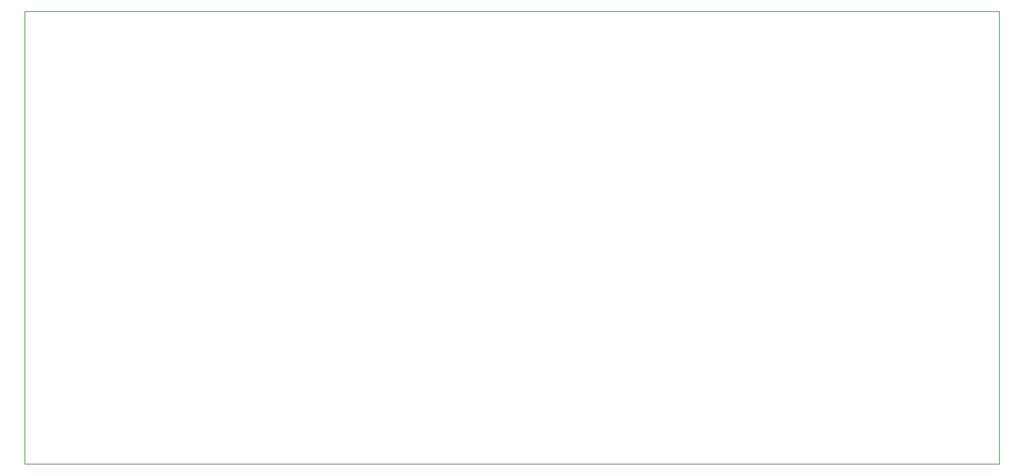
<source format=gm1>
%TF.GenerationSoftware,KiCad,Pcbnew,7.0.1*%
%TF.CreationDate,2024-02-11T09:16:21+00:00*%
%TF.ProjectId,Sys09Backplane,53797330-3942-4616-936b-706c616e652e,rev?*%
%TF.SameCoordinates,Original*%
%TF.FileFunction,Profile,NP*%
%FSLAX46Y46*%
G04 Gerber Fmt 4.6, Leading zero omitted, Abs format (unit mm)*
G04 Created by KiCad (PCBNEW 7.0.1) date 2024-02-11 09:16:21*
%MOMM*%
%LPD*%
G01*
G04 APERTURE LIST*
%TA.AperFunction,Profile*%
%ADD10C,0.200000*%
%TD*%
G04 APERTURE END LIST*
D10*
X25400000Y-132588000D02*
X247142000Y-132588000D01*
X25400000Y-29464000D02*
X25400000Y-132588000D01*
X247142000Y-29464000D02*
X25400000Y-29464000D01*
X247142000Y-29464000D02*
X247142000Y-132588000D01*
M02*

</source>
